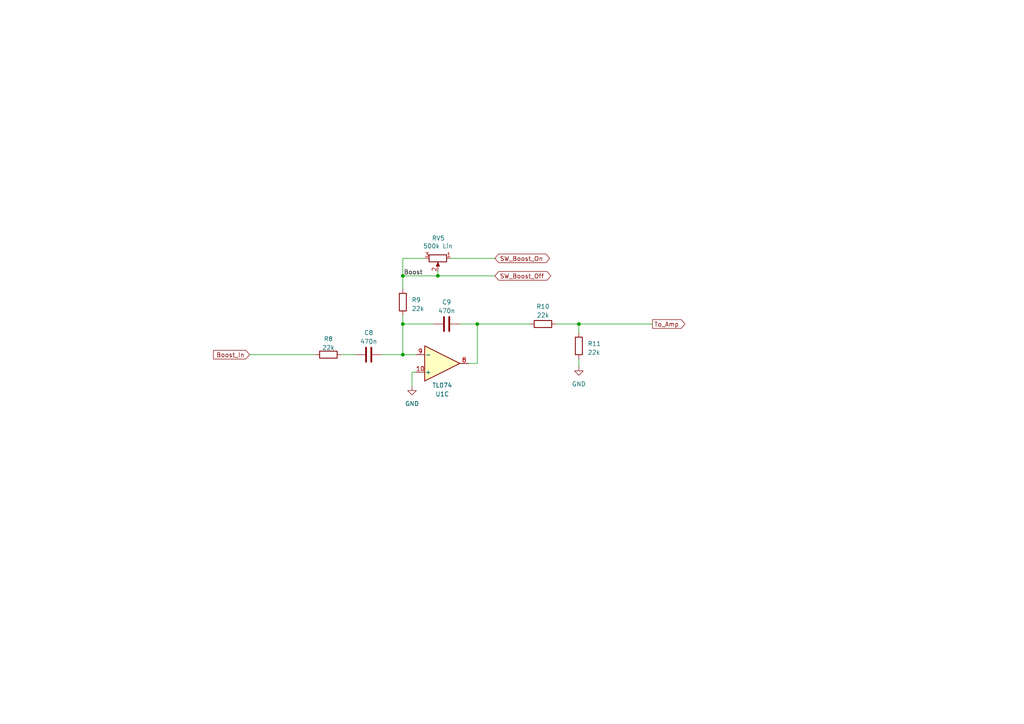
<source format=kicad_sch>
(kicad_sch (version 20230121) (generator eeschema)
  (paper "A4")
  (lib_symbols
    (symbol "Amplifier_Operational:TL074" (pin_names (offset 0.127))
      (property "Reference" "U" (at 0 5.08 0))
      (property "Value" "TL074" (at 0 -5.08 0))
      (symbol "TL074_1_1"
        (polyline (pts (xy -5.08 5.08) (xy 5.08 0) (xy -5.08 -5.08) (xy -5.08 5.08)) (stroke (width 0.254)) (fill (type background)))
        (pin output line (at 7.62 0 180) (length 2.54) (name "~") (number "1"))
        (pin input line (at -7.62 -2.54 0) (length 2.54) (name "-") (number "2"))
        (pin input line (at -7.62 2.54 0) (length 2.54) (name "+") (number "3"))
      )
      (symbol "TL074_2_1"
        (polyline (pts (xy -5.08 5.08) (xy 5.08 0) (xy -5.08 -5.08) (xy -5.08 5.08)) (stroke (width 0.254)) (fill (type background)))
        (pin input line (at -7.62 2.54 0) (length 2.54) (name "+") (number "5"))
        (pin input line (at -7.62 -2.54 0) (length 2.54) (name "-") (number "6"))
        (pin output line (at 7.62 0 180) (length 2.54) (name "~") (number "7"))
      )
      (symbol "TL074_3_1"
        (polyline (pts (xy -5.08 5.08) (xy 5.08 0) (xy -5.08 -5.08) (xy -5.08 5.08)) (stroke (width 0.254)) (fill (type background)))
        (pin input line (at -7.62 2.54 0) (length 2.54) (name "+") (number "10"))
        (pin output line (at 7.62 0 180) (length 2.54) (name "~") (number "8"))
        (pin input line (at -7.62 -2.54 0) (length 2.54) (name "-") (number "9"))
      )
      (symbol "TL074_4_1"
        (polyline (pts (xy -5.08 5.08) (xy 5.08 0) (xy -5.08 -5.08) (xy -5.08 5.08)) (stroke (width 0.254)) (fill (type background)))
        (pin input line (at -7.62 2.54 0) (length 2.54) (name "+") (number "12"))
        (pin input line (at -7.62 -2.54 0) (length 2.54) (name "-") (number "13"))
        (pin output line (at 7.62 0 180) (length 2.54) (name "~") (number "14"))
      )
      (symbol "TL074_5_1"
        (pin power_in line (at -2.54 -7.62 90) (length 3.81) (name "V-") (number "11"))
        (pin power_in line (at -2.54 7.62 270) (length 3.81) (name "V+") (number "4"))
      )
    )
    (symbol "Device:R_Potentiometer" (pin_names (offset 1.016) hide)
      (property "Reference" "RV" (at -4.445 0 90))
      (property "Value" "R_Potentiometer" (at -2.54 0 90))
      (symbol "R_Potentiometer_0_1"
        (polyline (pts (xy 2.54 0) (xy 1.524 0)))
        (polyline (pts (xy 1.143 0) (xy 2.286 0.508) (xy 2.286 -0.508) (xy 1.143 0)) (fill (type outline)))
        (rectangle (start 1.016 2.54) (end -1.016 -2.54) (stroke (width 0.254)))
      )
      (symbol "R_Potentiometer_1_1"
        (pin passive line (at 0 3.81 270) (length 1.27) (name "1") (number "1"))
        (pin passive line (at 3.81 0 180) (length 1.27) (name "2") (number "2"))
        (pin passive line (at 0 -3.81 90) (length 1.27) (name "3") (number "3"))
      )
    )
    (symbol "PCM_Capacitor_AKL:C_0603" (pin_numbers hide) (pin_names (offset 0.254))
      (property "Reference" "C" (at 0.635 2.54 0))
      (property "Value" "C_0603" (at 0.635 -2.54 0))
      (symbol "C_0603_0_1"
        (polyline (pts (xy -2.032 -0.762) (xy 2.032 -0.762)) (stroke (width 0.508)))
        (polyline (pts (xy -2.032 0.762) (xy 2.032 0.762)) (stroke (width 0.508)))
      )
      (symbol "C_0603_1_1"
        (pin passive line (at 0 3.81 270) (length 2.794) (name "~") (number "1"))
        (pin passive line (at 0 -3.81 90) (length 2.794) (name "~") (number "2"))
      )
    )
    (symbol "PCM_Resistor_AKL:R_0603" (pin_numbers hide) (pin_names (offset 0))
      (property "Reference" "R" (at 2.54 1.27 0))
      (property "Value" "R_0603" (at 2.54 -1.27 0))
      (symbol "R_0603_0_1"
        (rectangle (start -1.016 -2.54) (end 1.016 2.54) (stroke (width 0.254)))
      )
      (symbol "R_0603_1_1"
        (pin passive line (at 0 3.81 270) (length 1.27) (name "~") (number "1"))
        (pin passive line (at 0 -3.81 90) (length 1.27) (name "~") (number "2"))
      )
    )
    (symbol "power:GND" (power) (pin_names (offset 0))
      (property "Value" "GND" (at 0 -3.81 0))
      (symbol "GND_0_1"
        (polyline (pts (xy 0 0) (xy 0 -1.27) (xy 1.27 -1.27) (xy 0 -2.54) (xy -1.27 -1.27) (xy 0 -1.27)))
      )
      (symbol "GND_1_1"
        (pin power_in line (at 0 0 270) (length 0) hide (name "GND") (number "1"))
      )
    )
  )
  (junction (at 116.84 93.98))
  (junction (at 167.894 93.98))
  (junction (at 116.84 102.87))
  (junction (at 138.43 93.98))
  (junction (at 127 80.01))
  (junction (at 116.84 80.01))
  (wire (pts (xy 72.39 102.87) (xy 91.44 102.87)))
  (wire (pts (xy 130.81 74.93) (xy 143.51 74.93)))
  (wire (pts (xy 116.84 102.87) (xy 120.65 102.87)))
  (wire (pts (xy 116.84 74.93) (xy 116.84 80.01)))
  (wire (pts (xy 167.894 93.98) (xy 189.23 93.98)))
  (wire (pts (xy 138.43 105.41) (xy 135.89 105.41)))
  (wire (pts (xy 133.35 93.98) (xy 138.43 93.98)))
  (wire (pts (xy 161.29 93.98) (xy 167.894 93.98)))
  (wire (pts (xy 116.84 80.01) (xy 116.84 83.82)))
  (wire (pts (xy 138.43 93.98) (xy 153.67 93.98)))
  (wire (pts (xy 119.507 107.95) (xy 119.507 112.014)))
  (wire (pts (xy 120.65 107.95) (xy 119.507 107.95)))
  (wire (pts (xy 116.84 91.44) (xy 116.84 93.98)))
  (wire (pts (xy 116.84 80.01) (xy 127 80.01)))
  (wire (pts (xy 116.84 74.93) (xy 123.19 74.93)))
  (wire (pts (xy 127 78.74) (xy 127 80.01)))
  (wire (pts (xy 167.894 106.299) (xy 167.894 104.14)))
  (wire (pts (xy 116.84 93.98) (xy 116.84 102.87)))
  (wire (pts (xy 127 80.01) (xy 143.51 80.01)))
  (wire (pts (xy 167.894 93.98) (xy 167.894 96.52)))
  (wire (pts (xy 99.06 102.87) (xy 103.124 102.87)))
  (wire (pts (xy 116.84 93.98) (xy 125.73 93.98)))
  (wire (pts (xy 138.43 93.98) (xy 138.43 105.41)))
  (wire (pts (xy 110.744 102.87) (xy 116.84 102.87)))
  (label "Boost" (at 117.094 80.01 0))
  (global_label "SW_Boost_On" (shape bidirectional) (at 143.51 74.93 0) (property "Intersheetrefs" "${INTERSHEET_REFS}" (effects hide)))
  (global_label "Boost_In" (shape input) (at 72.39 102.87 180) (property "Intersheetrefs" "${INTERSHEET_REFS}" (effects hide)))
  (global_label "To_Amp" (shape output) (at 189.23 93.98 0) (property "Intersheetrefs" "${INTERSHEET_REFS}" (effects hide)))
  (global_label "SW_Boost_Off" (shape bidirectional) (at 143.51 80.01 0) (property "Intersheetrefs" "${INTERSHEET_REFS}" (effects hide)))
  (symbol (lib_id "PCM_Capacitor_AKL:C_0603") (at 129.54 93.98 90) (unit 1)
    (property "Reference" "C9" (at 129.54 87.63 90))
    (property "Value" "470n" (at 129.54 90.17 90))
    (property "Footprint" "Capacitor_SMD_AKL:C_0603_1608Metric" (effects hide))
    (instances (project "CustomPlexi" (path "" (reference "C9") (unit 1)) (path "" (reference "C11") (unit 1))))
  )
  (symbol (lib_id "PCM_Resistor_AKL:R_0603") (at 157.48 93.98 270) (unit 1)
    (property "Reference" "R10" (at 157.48 88.9 90))
    (property "Value" "22k" (at 157.48 91.44 90))
    (property "Footprint" "Resistor_SMD_AKL:R_0603_1608Metric" (effects hide))
    (instances (project "CustomPlexi" (path "" (reference "R10") (unit 1)) (path "" (reference "R14") (unit 1))))
  )
  (symbol (lib_id "Device:R_Potentiometer") (at 127 74.93 270) (unit 1)
    (property "Reference" "RV5" (at 129.032 69.088 90) (effects (justify right)))
    (property "Value" "500k Lin" (at 131.318 71.374 90) (effects (justify right)))
    (instances (project "CustomPlexi" (path "" (reference "RV5") (unit 1)) (path "" (reference "RV6") (unit 1))))
  )
  (symbol (lib_id "power:GND") (at 119.507 112.014 0) (unit 1)
    (property "Reference" "#PWR05" (effects hide))
    (property "Value" "GND" (at 119.507 117.094 0))
    (instances (project "CustomPlexi" (path "" (reference "#PWR05") (unit 1)) (path "" (reference "#PWR08") (unit 1))))
  )
  (symbol (lib_id "power:GND") (at 167.894 106.299 0) (unit 1)
    (property "Reference" "#PWR04" (effects hide))
    (property "Value" "GND" (at 167.894 111.379 0))
    (instances (project "CustomPlexi" (path "" (reference "#PWR04") (unit 1)) (path "" (reference "#PWR09") (unit 1))))
  )
  (symbol (lib_id "PCM_Resistor_AKL:R_0603") (at 116.84 87.63 180) (unit 1)
    (property "Reference" "R9" (at 119.38 86.995 0) (effects (justify right)))
    (property "Value" "22k" (at 119.38 89.535 0) (effects (justify right)))
    (property "Footprint" "Resistor_SMD_AKL:R_0603_1608Metric" (effects hide))
    (instances (project "CustomPlexi" (path "" (reference "R9") (unit 1)) (path "" (reference "R13") (unit 1))))
  )
  (symbol (lib_id "Amplifier_Operational:TL074") (at 128.27 105.41 0) (mirror x) (unit 3)
    (property "Reference" "U1" (at 128.27 114.3 0))
    (property "Value" "TL074" (at 128.27 111.76 0))
    (property "Datasheet" "http://www.ti.com/lit/ds/symlink/tl071.pdf" (effects hide))
    (instances (project "CustomPlexi" (path "" (reference "U1") (unit 3)) (path "" (reference "U2") (unit 3))))
  )
  (symbol (lib_id "PCM_Capacitor_AKL:C_0603") (at 106.934 102.87 90) (unit 1)
    (property "Reference" "C8" (at 106.934 96.52 90))
    (property "Value" "470n" (at 106.934 99.06 90))
    (property "Footprint" "Capacitor_SMD_AKL:C_0603_1608Metric" (effects hide))
    (instances (project "CustomPlexi" (path "" (reference "C8") (unit 1)) (path "" (reference "C10") (unit 1))))
  )
  (symbol (lib_id "PCM_Resistor_AKL:R_0603") (at 167.894 100.33 180) (unit 1)
    (property "Reference" "R11" (at 170.434 99.695 0) (effects (justify right)))
    (property "Value" "22k" (at 170.434 102.235 0) (effects (justify right)))
    (property "Footprint" "Resistor_SMD_AKL:R_0603_1608Metric" (effects hide))
    (instances (project "CustomPlexi" (path "" (reference "R11") (unit 1)) (path "" (reference "R15") (unit 1))))
  )
  (symbol (lib_id "PCM_Resistor_AKL:R_0603") (at 95.25 102.87 90) (unit 1)
    (property "Reference" "R8" (at 95.25 98.298 90))
    (property "Value" "22k" (at 95.25 100.838 90))
    (property "Footprint" "Resistor_SMD_AKL:R_0603_1608Metric" (effects hide))
    (instances (project "CustomPlexi" (path "" (reference "R8") (unit 1)) (path "" (reference "R12") (unit 1))))
  )
)
</source>
